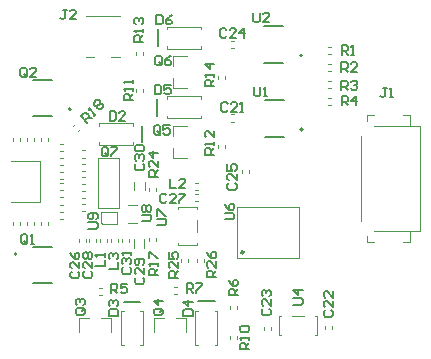
<source format=gto>
G04*
G04 #@! TF.GenerationSoftware,Altium Limited,Altium Designer,21.6.4 (81)*
G04*
G04 Layer_Color=65535*
%FSLAX25Y25*%
%MOIN*%
G70*
G04*
G04 #@! TF.SameCoordinates,C4C27F94-8D06-4CED-BA01-644A42B81E3F*
G04*
G04*
G04 #@! TF.FilePolarity,Positive*
G04*
G01*
G75*
%ADD10C,0.00984*%
%ADD11C,0.00787*%
%ADD12C,0.00394*%
%ADD13C,0.00500*%
D10*
X77954Y35438D02*
G03*
X77954Y35438I-394J0D01*
G01*
D11*
X97442Y101088D02*
G03*
X97442Y101088I-394J0D01*
G01*
X97639Y76383D02*
G03*
X97639Y76383I-394J0D01*
G01*
X20375Y83174D02*
G03*
X20375Y83174I-394J0D01*
G01*
X2363Y34946D02*
G03*
X2363Y34946I-394J0D01*
G01*
X49312Y104237D02*
Y109749D01*
X49214Y81009D02*
Y86521D01*
X62796Y19099D02*
X68308D01*
X37944Y18952D02*
X43456D01*
X44194Y72151D02*
Y77662D01*
X18964Y116343D02*
X17915D01*
X18440D01*
Y113719D01*
X17915Y113194D01*
X17390D01*
X16865Y113719D01*
X22113Y113194D02*
X20014D01*
X22113Y115294D01*
Y115818D01*
X21588Y116343D01*
X20539D01*
X20014Y115818D01*
X26211Y43299D02*
X28834D01*
X29359Y43824D01*
Y44873D01*
X28834Y45398D01*
X26211D01*
X28834Y46448D02*
X29359Y46972D01*
Y48022D01*
X28834Y48547D01*
X26735D01*
X26211Y48022D01*
Y46972D01*
X26735Y46448D01*
X27260D01*
X27785Y46972D01*
Y48547D01*
X43997Y45905D02*
X46621D01*
X47146Y46429D01*
Y47479D01*
X46621Y48004D01*
X43997D01*
X44522Y49053D02*
X43997Y49578D01*
Y50628D01*
X44522Y51152D01*
X45047D01*
X45572Y50628D01*
X46097Y51152D01*
X46621D01*
X47146Y50628D01*
Y49578D01*
X46621Y49053D01*
X46097D01*
X45572Y49578D01*
X45047Y49053D01*
X44522D01*
X45572Y49578D02*
Y50628D01*
X49017Y44527D02*
X51641D01*
X52166Y45052D01*
Y46101D01*
X51641Y46626D01*
X49017D01*
Y47675D02*
Y49775D01*
X49542D01*
X51641Y47675D01*
X52166D01*
X71655Y46397D02*
X74279D01*
X74804Y46922D01*
Y47971D01*
X74279Y48496D01*
X71655D01*
Y51644D02*
X72180Y50595D01*
X73229Y49545D01*
X74279D01*
X74804Y50070D01*
Y51120D01*
X74279Y51644D01*
X73754D01*
X73229Y51120D01*
Y49545D01*
X81235Y115260D02*
Y112636D01*
X81760Y112112D01*
X82810D01*
X83334Y112636D01*
Y115260D01*
X86483Y112112D02*
X84384D01*
X86483Y114211D01*
Y114736D01*
X85958Y115260D01*
X84909D01*
X84384Y114736D01*
X94588Y18050D02*
X97212D01*
X97737Y18575D01*
Y19625D01*
X97212Y20150D01*
X94588D01*
X97737Y22773D02*
X94588D01*
X96162Y21199D01*
Y23298D01*
X81465Y90556D02*
Y87932D01*
X81990Y87407D01*
X83039D01*
X83564Y87932D01*
Y90556D01*
X84614Y87407D02*
X85663D01*
X85138D01*
Y90556D01*
X84614Y90031D01*
X68800Y27204D02*
X65651D01*
Y28779D01*
X66176Y29304D01*
X67225D01*
X67750Y28779D01*
Y27204D01*
Y28254D02*
X68800Y29304D01*
Y32452D02*
Y30353D01*
X66701Y32452D01*
X66176D01*
X65651Y31927D01*
Y30878D01*
X66176Y30353D01*
X65651Y35601D02*
X66176Y34551D01*
X67225Y33502D01*
X68275D01*
X68800Y34026D01*
Y35076D01*
X68275Y35601D01*
X67750D01*
X67225Y35076D01*
Y33502D01*
X56201Y27008D02*
X53053D01*
Y28582D01*
X53577Y29107D01*
X54627D01*
X55152Y28582D01*
Y27008D01*
Y28057D02*
X56201Y29107D01*
Y32255D02*
Y30156D01*
X54102Y32255D01*
X53577D01*
X53053Y31730D01*
Y30681D01*
X53577Y30156D01*
X53053Y35404D02*
Y33305D01*
X54627D01*
X54102Y34354D01*
Y34879D01*
X54627Y35404D01*
X55677D01*
X56201Y34879D01*
Y33830D01*
X55677Y33305D01*
X49410Y60669D02*
X46261D01*
Y62243D01*
X46786Y62768D01*
X47836D01*
X48360Y62243D01*
Y60669D01*
Y61719D02*
X49410Y62768D01*
Y65917D02*
Y63818D01*
X47311Y65917D01*
X46786D01*
X46261Y65392D01*
Y64342D01*
X46786Y63818D01*
X49410Y68541D02*
X46261D01*
X47836Y66966D01*
Y69065D01*
X25889Y78683D02*
X23663Y80909D01*
X24776Y82022D01*
X25518D01*
X26260Y81280D01*
X26260Y80538D01*
X25147Y79425D01*
X25889Y80167D02*
X27373D01*
X28116Y80909D02*
X28858Y81651D01*
X28487Y81280D01*
X26260Y83506D01*
X26260Y82764D01*
X28116Y84620D02*
X28116Y85362D01*
X28858Y86104D01*
X29600D01*
X29971Y85733D01*
Y84991D01*
X30713D01*
X31084Y84620D01*
X31084Y83877D01*
X30342Y83135D01*
X29600D01*
X29229Y83506D01*
Y84249D01*
X28487D01*
X28116Y84620D01*
X29229Y84249D02*
X29971Y84991D01*
X49508Y27762D02*
X46360D01*
Y29336D01*
X46885Y29861D01*
X47934D01*
X48459Y29336D01*
Y27762D01*
Y28812D02*
X49508Y29861D01*
Y30911D02*
Y31960D01*
Y31435D01*
X46360D01*
X46885Y30911D01*
X46360Y33535D02*
Y35634D01*
X46885D01*
X48984Y33535D01*
X49508D01*
X68209Y90754D02*
X65061D01*
Y92329D01*
X65585Y92853D01*
X66635D01*
X67160Y92329D01*
Y90754D01*
Y91804D02*
X68209Y92853D01*
Y93903D02*
Y94952D01*
Y94428D01*
X65061D01*
X65585Y93903D01*
X68209Y98101D02*
X65061D01*
X66635Y96527D01*
Y98626D01*
X44587Y105715D02*
X41438D01*
Y107289D01*
X41963Y107814D01*
X43013D01*
X43538Y107289D01*
Y105715D01*
Y106764D02*
X44587Y107814D01*
Y108863D02*
Y109913D01*
Y109388D01*
X41438D01*
X41963Y108863D01*
Y111487D02*
X41438Y112012D01*
Y113062D01*
X41963Y113586D01*
X42488D01*
X43013Y113062D01*
Y112537D01*
Y113062D01*
X43538Y113586D01*
X44062D01*
X44587Y113062D01*
Y112012D01*
X44062Y111487D01*
X68111Y68018D02*
X64962D01*
Y69592D01*
X65487Y70117D01*
X66536D01*
X67061Y69592D01*
Y68018D01*
Y69068D02*
X68111Y70117D01*
Y71167D02*
Y72216D01*
Y71691D01*
X64962D01*
X65487Y71167D01*
X68111Y75889D02*
Y73791D01*
X66012Y75889D01*
X65487D01*
X64962Y75365D01*
Y74315D01*
X65487Y73791D01*
X41142Y86063D02*
X37994D01*
Y87637D01*
X38518Y88161D01*
X39568D01*
X40093Y87637D01*
Y86063D01*
Y87112D02*
X41142Y88161D01*
Y89211D02*
Y90261D01*
Y89736D01*
X37994D01*
X38518Y89211D01*
X41142Y91835D02*
Y92884D01*
Y92360D01*
X37994D01*
X38518Y91835D01*
X79804Y3137D02*
X76656D01*
Y4711D01*
X77181Y5236D01*
X78230D01*
X78755Y4711D01*
Y3137D01*
Y4186D02*
X79804Y5236D01*
Y6285D02*
Y7335D01*
Y6810D01*
X76656D01*
X77181Y6285D01*
Y8909D02*
X76656Y9434D01*
Y10484D01*
X77181Y11008D01*
X79280D01*
X79804Y10484D01*
Y9434D01*
X79280Y8909D01*
X77181D01*
X58991Y22053D02*
Y25201D01*
X60566D01*
X61090Y24677D01*
Y23627D01*
X60566Y23102D01*
X58991D01*
X60041D02*
X61090Y22053D01*
X62140Y25201D02*
X64239D01*
Y24677D01*
X62140Y22578D01*
Y22053D01*
X76083Y21102D02*
X72935D01*
Y22676D01*
X73459Y23201D01*
X74509D01*
X75034Y22676D01*
Y21102D01*
Y22151D02*
X76083Y23201D01*
X72935Y26349D02*
X73459Y25300D01*
X74509Y24250D01*
X75558D01*
X76083Y24775D01*
Y25824D01*
X75558Y26349D01*
X75034D01*
X74509Y25824D01*
Y24250D01*
X33795Y21856D02*
Y25004D01*
X35369D01*
X35893Y24480D01*
Y23430D01*
X35369Y22905D01*
X33795D01*
X34844D02*
X35893Y21856D01*
X39042Y25004D02*
X36943D01*
Y23430D01*
X37993Y23955D01*
X38517D01*
X39042Y23430D01*
Y22381D01*
X38517Y21856D01*
X37468D01*
X36943Y22381D01*
X110665Y84454D02*
Y87603D01*
X112239D01*
X112764Y87078D01*
Y86029D01*
X112239Y85504D01*
X110665D01*
X111714D02*
X112764Y84454D01*
X115387D02*
Y87603D01*
X113813Y86029D01*
X115912D01*
X110566Y89572D02*
Y92721D01*
X112140D01*
X112665Y92196D01*
Y91147D01*
X112140Y90622D01*
X110566D01*
X111616D02*
X112665Y89572D01*
X113715Y92196D02*
X114240Y92721D01*
X115289D01*
X115814Y92196D01*
Y91672D01*
X115289Y91147D01*
X114764D01*
X115289D01*
X115814Y90622D01*
Y90097D01*
X115289Y89572D01*
X114240D01*
X113715Y90097D01*
X110566Y95576D02*
Y98725D01*
X112140D01*
X112665Y98200D01*
Y97151D01*
X112140Y96626D01*
X110566D01*
X111616D02*
X112665Y95576D01*
X115814D02*
X113715D01*
X115814Y97675D01*
Y98200D01*
X115289Y98725D01*
X114240D01*
X113715Y98200D01*
X110599Y101383D02*
Y104532D01*
X112173D01*
X112698Y104007D01*
Y102958D01*
X112173Y102433D01*
X110599D01*
X111648D02*
X112698Y101383D01*
X113747D02*
X114797D01*
X114272D01*
Y104532D01*
X113747Y104007D01*
X32744Y67952D02*
Y70051D01*
X32219Y70575D01*
X31170D01*
X30645Y70051D01*
Y67952D01*
X31170Y67427D01*
X32219D01*
X31694Y68476D02*
X32744Y67427D01*
X32219D02*
X32744Y67952D01*
X33794Y70575D02*
X35893D01*
Y70051D01*
X33794Y67952D01*
Y67427D01*
X50657Y98365D02*
Y100464D01*
X50133Y100989D01*
X49083D01*
X48558Y100464D01*
Y98365D01*
X49083Y97840D01*
X50133D01*
X49608Y98890D02*
X50657Y97840D01*
X50133D02*
X50657Y98365D01*
X53806Y100989D02*
X52756Y100464D01*
X51707Y99414D01*
Y98365D01*
X52232Y97840D01*
X53281D01*
X53806Y98365D01*
Y98890D01*
X53281Y99414D01*
X51707D01*
X50165Y75235D02*
Y77334D01*
X49640Y77859D01*
X48591D01*
X48066Y77334D01*
Y75235D01*
X48591Y74710D01*
X49640D01*
X49116Y75760D02*
X50165Y74710D01*
X49640D02*
X50165Y75235D01*
X53314Y77859D02*
X51215D01*
Y76284D01*
X52264Y76809D01*
X52789D01*
X53314Y76284D01*
Y75235D01*
X52789Y74710D01*
X51740D01*
X51215Y75235D01*
X50558Y16705D02*
X48459D01*
X47934Y16180D01*
Y15130D01*
X48459Y14605D01*
X50558D01*
X51083Y15130D01*
Y16180D01*
X50034Y15655D02*
X51083Y16705D01*
Y16180D02*
X50558Y16705D01*
X51083Y19328D02*
X47934D01*
X49509Y17754D01*
Y19853D01*
X24574Y16803D02*
X22475D01*
X21950Y16278D01*
Y15229D01*
X22475Y14704D01*
X24574D01*
X25099Y15229D01*
Y16278D01*
X24049Y15754D02*
X25099Y16803D01*
Y16278D02*
X24574Y16803D01*
X22475Y17853D02*
X21950Y18377D01*
Y19427D01*
X22475Y19952D01*
X23000D01*
X23525Y19427D01*
Y18902D01*
Y19427D01*
X24049Y19952D01*
X24574D01*
X25099Y19427D01*
Y18377D01*
X24574Y17853D01*
X5677Y94428D02*
Y96527D01*
X5152Y97052D01*
X4103D01*
X3578Y96527D01*
Y94428D01*
X4103Y93903D01*
X5152D01*
X4628Y94953D02*
X5677Y93903D01*
X5152D02*
X5677Y94428D01*
X8826Y93903D02*
X6726D01*
X8826Y96002D01*
Y96527D01*
X8301Y97052D01*
X7251D01*
X6726Y96527D01*
X5906Y38818D02*
Y40917D01*
X5382Y41441D01*
X4332D01*
X3807Y40917D01*
Y38818D01*
X4332Y38293D01*
X5382D01*
X4857Y39342D02*
X5906Y38293D01*
X5382D02*
X5906Y38818D01*
X6956Y38293D02*
X8005D01*
X7481D01*
Y41441D01*
X6956Y40917D01*
X32974Y29960D02*
X36123D01*
Y32059D01*
X33499Y33108D02*
X32974Y33633D01*
Y34683D01*
X33499Y35208D01*
X34023D01*
X34548Y34683D01*
Y34158D01*
Y34683D01*
X35073Y35208D01*
X35598D01*
X36123Y34683D01*
Y33633D01*
X35598Y33108D01*
X53283Y59945D02*
Y56797D01*
X55382D01*
X58530D02*
X56431D01*
X58530Y58896D01*
Y59421D01*
X58006Y59945D01*
X56956D01*
X56431Y59421D01*
X28545Y30878D02*
X31693D01*
Y32977D01*
Y34027D02*
Y35076D01*
Y34552D01*
X28545D01*
X29070Y34027D01*
X125591Y90255D02*
X124541D01*
X125066D01*
Y87632D01*
X124541Y87107D01*
X124016D01*
X123492Y87632D01*
X126640Y87107D02*
X127690D01*
X127165D01*
Y90255D01*
X126640Y89731D01*
X48853Y114571D02*
Y111423D01*
X50428D01*
X50953Y111948D01*
Y114047D01*
X50428Y114571D01*
X48853D01*
X54101D02*
X53052Y114047D01*
X52002Y112997D01*
Y111948D01*
X52527Y111423D01*
X53576D01*
X54101Y111948D01*
Y112472D01*
X53576Y112997D01*
X52002D01*
X48361Y91245D02*
Y88096D01*
X49936D01*
X50460Y88621D01*
Y90720D01*
X49936Y91245D01*
X48361D01*
X53609D02*
X51510D01*
Y89670D01*
X52560Y90195D01*
X53084D01*
X53609Y89670D01*
Y88621D01*
X53084Y88096D01*
X52035D01*
X51510Y88621D01*
X57777Y14310D02*
X60926D01*
Y15885D01*
X60401Y16409D01*
X58302D01*
X57777Y15885D01*
Y14310D01*
X60926Y19033D02*
X57777D01*
X59351Y17459D01*
Y19558D01*
X32974Y14310D02*
X36123D01*
Y15885D01*
X35598Y16409D01*
X33499D01*
X32974Y15885D01*
Y14310D01*
X33499Y17459D02*
X32974Y17984D01*
Y19033D01*
X33499Y19558D01*
X34023D01*
X34548Y19033D01*
Y18508D01*
Y19033D01*
X35073Y19558D01*
X35598D01*
X36123Y19033D01*
Y17984D01*
X35598Y17459D01*
X33302Y82485D02*
Y79336D01*
X34877D01*
X35401Y79861D01*
Y81960D01*
X34877Y82485D01*
X33302D01*
X38550Y79336D02*
X36451D01*
X38550Y81435D01*
Y81960D01*
X38025Y82485D01*
X36976D01*
X36451Y81960D01*
X37829Y30419D02*
X37305Y29894D01*
Y28845D01*
X37829Y28320D01*
X39928D01*
X40453Y28845D01*
Y29894D01*
X39928Y30419D01*
X37829Y31468D02*
X37305Y31993D01*
Y33043D01*
X37829Y33567D01*
X38354D01*
X38879Y33043D01*
Y32518D01*
Y33043D01*
X39404Y33567D01*
X39928D01*
X40453Y33043D01*
Y31993D01*
X39928Y31468D01*
X40453Y34617D02*
Y35666D01*
Y35142D01*
X37305D01*
X37829Y34617D01*
X42160Y64934D02*
X41635Y64409D01*
Y63359D01*
X42160Y62834D01*
X44259D01*
X44784Y63359D01*
Y64409D01*
X44259Y64934D01*
X42160Y65983D02*
X41635Y66508D01*
Y67557D01*
X42160Y68082D01*
X42685D01*
X43210Y67557D01*
Y67032D01*
Y67557D01*
X43734Y68082D01*
X44259D01*
X44784Y67557D01*
Y66508D01*
X44259Y65983D01*
X42160Y69132D02*
X41635Y69656D01*
Y70706D01*
X42160Y71231D01*
X44259D01*
X44784Y70706D01*
Y69656D01*
X44259Y69132D01*
X42160D01*
Y27040D02*
X41635Y26515D01*
Y25466D01*
X42160Y24941D01*
X44259D01*
X44784Y25466D01*
Y26515D01*
X44259Y27040D01*
X44784Y30188D02*
Y28089D01*
X42685Y30188D01*
X42160D01*
X41635Y29664D01*
Y28614D01*
X42160Y28089D01*
X44259Y31238D02*
X44784Y31763D01*
Y32812D01*
X44259Y33337D01*
X42160D01*
X41635Y32812D01*
Y31763D01*
X42160Y31238D01*
X42685D01*
X43210Y31763D01*
Y33337D01*
X24936Y29107D02*
X24411Y28582D01*
Y27532D01*
X24936Y27008D01*
X27035D01*
X27560Y27532D01*
Y28582D01*
X27035Y29107D01*
X27560Y32255D02*
Y30156D01*
X25460Y32255D01*
X24936D01*
X24411Y31730D01*
Y30681D01*
X24936Y30156D01*
Y33305D02*
X24411Y33830D01*
Y34879D01*
X24936Y35404D01*
X25460D01*
X25985Y34879D01*
X26510Y35404D01*
X27035D01*
X27560Y34879D01*
Y33830D01*
X27035Y33305D01*
X26510D01*
X25985Y33830D01*
X25460Y33305D01*
X24936D01*
X25985Y33830D02*
Y34879D01*
X52233Y54499D02*
X51708Y55024D01*
X50658D01*
X50134Y54499D01*
Y52400D01*
X50658Y51876D01*
X51708D01*
X52233Y52400D01*
X55381Y51876D02*
X53282D01*
X55381Y53975D01*
Y54499D01*
X54856Y55024D01*
X53807D01*
X53282Y54499D01*
X56431Y55024D02*
X58530D01*
Y54499D01*
X56431Y52400D01*
Y51876D01*
X20605Y29008D02*
X20080Y28484D01*
Y27434D01*
X20605Y26909D01*
X22704D01*
X23229Y27434D01*
Y28484D01*
X22704Y29008D01*
X23229Y32157D02*
Y30058D01*
X21130Y32157D01*
X20605D01*
X20080Y31632D01*
Y30582D01*
X20605Y30058D01*
X20080Y35305D02*
X20605Y34256D01*
X21655Y33206D01*
X22704D01*
X23229Y33731D01*
Y34781D01*
X22704Y35305D01*
X22179D01*
X21655Y34781D01*
Y33206D01*
X73066Y58437D02*
X72541Y57913D01*
Y56863D01*
X73066Y56338D01*
X75165D01*
X75689Y56863D01*
Y57913D01*
X75165Y58437D01*
X75689Y61586D02*
Y59487D01*
X73590Y61586D01*
X73066D01*
X72541Y61061D01*
Y60012D01*
X73066Y59487D01*
X72541Y64735D02*
Y62635D01*
X74115D01*
X73590Y63685D01*
Y64210D01*
X74115Y64735D01*
X75165D01*
X75689Y64210D01*
Y63160D01*
X75165Y62635D01*
X72213Y109617D02*
X71688Y110142D01*
X70639D01*
X70114Y109617D01*
Y107518D01*
X70639Y106994D01*
X71688D01*
X72213Y107518D01*
X75362Y106994D02*
X73263D01*
X75362Y109093D01*
Y109617D01*
X74837Y110142D01*
X73787D01*
X73263Y109617D01*
X77985Y106994D02*
Y110142D01*
X76411Y108568D01*
X78510D01*
X84483Y16607D02*
X83958Y16082D01*
Y15032D01*
X84483Y14508D01*
X86582D01*
X87107Y15032D01*
Y16082D01*
X86582Y16607D01*
X87107Y19755D02*
Y17656D01*
X85008Y19755D01*
X84483D01*
X83958Y19230D01*
Y18181D01*
X84483Y17656D01*
Y20805D02*
X83958Y21330D01*
Y22379D01*
X84483Y22904D01*
X85008D01*
X85532Y22379D01*
Y21854D01*
Y22379D01*
X86057Y22904D01*
X86582D01*
X87107Y22379D01*
Y21330D01*
X86582Y20805D01*
X105152Y16115D02*
X104627Y15590D01*
Y14540D01*
X105152Y14016D01*
X107251D01*
X107776Y14540D01*
Y15590D01*
X107251Y16115D01*
X107776Y19263D02*
Y17164D01*
X105677Y19263D01*
X105152D01*
X104627Y18738D01*
Y17689D01*
X105152Y17164D01*
X107776Y22412D02*
Y20313D01*
X105677Y22412D01*
X105152D01*
X104627Y21887D01*
Y20838D01*
X105152Y20313D01*
X72639Y84913D02*
X72114Y85438D01*
X71065D01*
X70540Y84913D01*
Y82814D01*
X71065Y82289D01*
X72114D01*
X72639Y82814D01*
X75788Y82289D02*
X73689D01*
X75788Y84388D01*
Y84913D01*
X75263Y85438D01*
X74214D01*
X73689Y84913D01*
X76837Y82289D02*
X77887D01*
X77362D01*
Y85438D01*
X76837Y84913D01*
D12*
X30316Y45576D02*
X30907Y44985D01*
X30316Y45576D02*
Y48922D01*
X35828D01*
Y44985D02*
Y48922D01*
X30907Y44985D02*
X35828D01*
X39312Y51186D02*
X42462D01*
X39312Y45084D02*
X42462D01*
X56103Y37899D02*
X62501D01*
X56103Y50497D02*
X62501D01*
Y49907D02*
Y50497D01*
Y42328D02*
Y46068D01*
Y37899D02*
Y38588D01*
X56103Y37899D02*
Y38588D01*
Y49907D02*
Y50497D01*
X75690Y33470D02*
Y50399D01*
Y33470D02*
X96458D01*
Y50399D01*
X75690D02*
X96458D01*
X102363Y7879D02*
Y14277D01*
X89765Y7879D02*
Y14277D01*
X90355D01*
X94194D02*
X97934D01*
X101674D02*
X102363D01*
X101674Y7879D02*
X102363D01*
X89765D02*
X90355D01*
X62402Y32387D02*
Y33371D01*
X64765Y32387D02*
Y33371D01*
X59450Y32288D02*
Y33273D01*
X57088Y32288D02*
Y33273D01*
X48721Y55812D02*
Y56796D01*
X46359Y55812D02*
Y56796D01*
X24131Y53671D02*
X25115D01*
X24131Y56033D02*
X25115D01*
X24115Y49218D02*
X25099D01*
X24115Y51580D02*
X25099D01*
X24131Y58125D02*
X25115D01*
X24131Y60487D02*
X25115D01*
X24115Y67032D02*
X25099D01*
X24115Y69395D02*
X25099D01*
X24131Y62579D02*
X25115D01*
X24131Y64941D02*
X25115D01*
X21159Y77554D02*
X21855Y78250D01*
X22830Y75884D02*
X23526Y76580D01*
X46359Y39277D02*
Y40261D01*
X48721Y39277D02*
Y40261D01*
X71654Y93214D02*
Y94198D01*
X69292Y93214D02*
Y94198D01*
X41930Y101285D02*
Y102269D01*
X44292Y101285D02*
Y102269D01*
X71654Y70379D02*
Y71363D01*
X69292Y70379D02*
Y71363D01*
X42028Y88784D02*
Y89769D01*
X44391Y88784D02*
Y89769D01*
X73426Y6698D02*
Y7682D01*
X75788Y6698D02*
Y7682D01*
X54725Y23922D02*
X55710D01*
X54725Y21560D02*
X55710D01*
X75788Y16639D02*
Y17623D01*
X73426Y16639D02*
Y17623D01*
X29725Y23627D02*
X30710D01*
X29725Y21265D02*
X30710D01*
X106005Y90195D02*
X106989D01*
X106005Y92557D02*
X106989D01*
X106005Y101678D02*
X106989D01*
X106005Y104040D02*
X106989D01*
X106005Y84454D02*
X106989D01*
X106005Y86816D02*
X106989D01*
X106005Y95937D02*
X106989D01*
X106005Y98299D02*
X106989D01*
X29528Y50103D02*
X36418D01*
X29528Y66737D02*
X36418D01*
X29528Y50103D02*
Y66737D01*
X36418Y50103D02*
Y66737D01*
X54528Y90162D02*
Y93410D01*
Y97544D02*
Y100792D01*
X59154D01*
X54528Y90162D02*
X59154D01*
X54430Y66836D02*
Y70084D01*
Y74218D02*
Y77466D01*
X59056D01*
X54430Y66836D02*
X59056D01*
X48033Y13588D02*
X51280D01*
X55414D02*
X58662D01*
Y8962D02*
Y13588D01*
X48033Y8962D02*
Y13588D01*
X23032Y13489D02*
X26281D01*
X30414D02*
X33662D01*
Y8863D02*
Y13489D01*
X23032Y8863D02*
Y13489D01*
X36123Y38981D02*
Y39966D01*
X33761Y38981D02*
Y39966D01*
X61714Y56206D02*
X62698D01*
X61714Y58568D02*
X62698D01*
X32481Y38981D02*
Y39966D01*
X30119Y38981D02*
Y39966D01*
X28249Y114277D02*
X36714D01*
X25296D02*
X28249D01*
X33761Y100497D02*
X36714D01*
X25296D02*
X28249D01*
X117028Y45768D02*
Y74114D01*
X121358Y42618D02*
X136811D01*
Y77461D01*
X121358D02*
X136811D01*
X131102Y38878D02*
X133268D01*
Y42618D01*
X119095Y38878D02*
X121260D01*
X119095D02*
Y40945D01*
Y79134D02*
Y81201D01*
X121260D01*
X133268Y77461D02*
Y81201D01*
X131102D02*
X133268D01*
X52363Y103351D02*
Y104237D01*
Y109749D02*
Y110635D01*
X63780Y109749D02*
Y110635D01*
Y103351D02*
Y104237D01*
X52363Y110635D02*
X63780D01*
X52363Y103351D02*
X63780D01*
X52265Y80123D02*
Y81009D01*
Y86521D02*
Y87406D01*
X63682Y86521D02*
Y87406D01*
Y80123D02*
Y81009D01*
X52265Y87406D02*
X63682D01*
X52265Y80123D02*
X63682D01*
X61910Y16048D02*
X62796D01*
X68308D02*
X69194D01*
X68308Y4631D02*
X69194D01*
X61910D02*
X62796D01*
X69194D02*
Y16048D01*
X61910Y4631D02*
Y16048D01*
X37058Y15901D02*
X37944D01*
X43456D02*
X44341D01*
X43456Y4483D02*
X44341D01*
X37058D02*
X37944D01*
X44341D02*
Y15901D01*
X37058Y4483D02*
Y15901D01*
X41143Y77662D02*
Y78548D01*
Y71265D02*
Y72151D01*
X29725Y71265D02*
Y72151D01*
Y77662D02*
Y78548D01*
Y71265D02*
X41143D01*
X29725Y78548D02*
X41143D01*
X375Y65891D02*
X10217D01*
Y52308D02*
Y65891D01*
X375Y52308D02*
X10217D01*
X37403Y38981D02*
Y39966D01*
X39765Y38981D02*
Y39966D01*
X41398Y56225D02*
Y58981D01*
X44942Y56225D02*
Y58981D01*
X41340Y37013D02*
Y39769D01*
X44883Y37013D02*
Y39769D01*
X26477Y38981D02*
Y39966D01*
X28840Y38981D02*
Y39966D01*
X61714Y54828D02*
X62698D01*
X61714Y52466D02*
X62698D01*
X22934Y38981D02*
Y39966D01*
X25296Y38981D02*
Y39966D01*
X77265Y62013D02*
Y62997D01*
X79627Y62013D02*
Y62997D01*
X73918Y103647D02*
X74902D01*
X73918Y106009D02*
X74902D01*
X84647Y9651D02*
Y10635D01*
X87009Y9651D02*
Y10635D01*
X107383Y9749D02*
Y10733D01*
X105021Y9749D02*
Y10733D01*
X73820Y79040D02*
X74804D01*
X73820Y81403D02*
X74804D01*
X8170Y72560D02*
Y73544D01*
X10532Y72560D02*
Y73544D01*
X10532Y72560D02*
Y73544D01*
X12895Y72560D02*
Y73544D01*
X5808Y72560D02*
Y73544D01*
X8170Y72560D02*
Y73544D01*
X1084Y72544D02*
Y73529D01*
X3446Y72544D02*
Y73529D01*
X3446Y72560D02*
Y73544D01*
X5808Y72560D02*
Y73544D01*
X16733Y62210D02*
X17718D01*
X16733Y59847D02*
X17718D01*
X16733Y64572D02*
X17718D01*
X16733Y62210D02*
X17718D01*
X16733Y71658D02*
X17718D01*
X16733Y69296D02*
X17718D01*
X16733Y66934D02*
X17718D01*
X16733Y64572D02*
X17718D01*
X16733Y69296D02*
X17718D01*
X16733Y66934D02*
X17718D01*
X16733Y53745D02*
X17718D01*
X16733Y51383D02*
X17718D01*
X16733Y49021D02*
X17718D01*
X16733Y46659D02*
X17718D01*
X16733Y51384D02*
X17718D01*
X16733Y49022D02*
X17718D01*
X16733Y56107D02*
X17718D01*
X16733Y53745D02*
X17718D01*
X16733Y58469D02*
X17718D01*
X16733Y56107D02*
X17718D01*
X5807Y44690D02*
Y45674D01*
X3445Y44690D02*
Y45674D01*
Y44690D02*
Y45674D01*
X1083Y44690D02*
Y45674D01*
X8170Y44690D02*
Y45674D01*
X5808Y44690D02*
Y45674D01*
X10532Y44690D02*
Y45674D01*
X8170Y44690D02*
Y45674D01*
X12895Y44690D02*
Y45674D01*
X10532Y44690D02*
Y45674D01*
D13*
X84843Y98686D02*
X91143D01*
X84843Y110969D02*
X91143D01*
X85040Y73981D02*
X91340D01*
X85040Y86265D02*
X91340D01*
X7777Y80773D02*
X14076D01*
X7777Y93056D02*
X14076D01*
X7875Y37347D02*
X14174D01*
X7875Y25064D02*
X14174D01*
M02*

</source>
